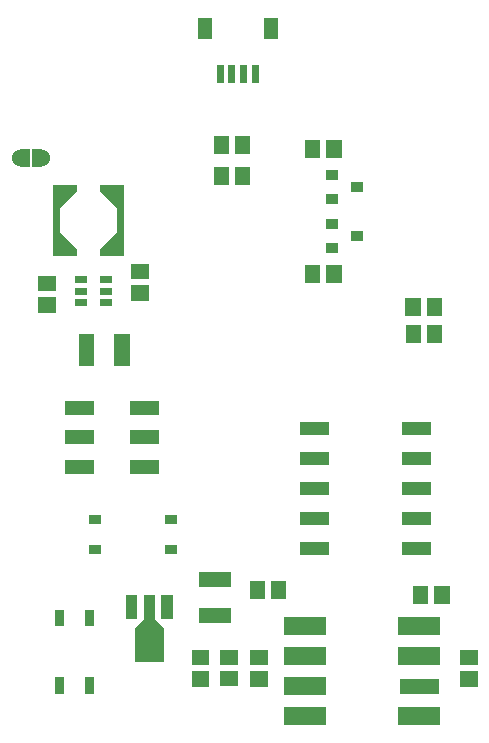
<source format=gbr>
G04 start of page 10 for group -4015 idx -4015 *
G04 Title: (unknown), toppaste *
G04 Creator: pcb 4.0.2 *
G04 CreationDate: Sat May 14 18:12:11 2022 UTC *
G04 For: railfan *
G04 Format: Gerber/RS-274X *
G04 PCB-Dimensions (mil): 3110.00 2710.00 *
G04 PCB-Coordinate-Origin: lower left *
%MOIN*%
%FSLAX25Y25*%
%LNTOPPASTE*%
%ADD57C,0.0600*%
%ADD56C,0.0001*%
G54D56*G36*
X88048Y59145D02*Y54027D01*
X93952D01*
Y59145D01*
X88048D01*
G37*
G36*
Y52059D02*Y46941D01*
X93952D01*
Y52059D01*
X88048D01*
G37*
G36*
X109500Y70000D02*Y64000D01*
X123500D01*
Y70000D01*
X109500D01*
G37*
G36*
X147500D02*Y64000D01*
X161500D01*
Y70000D01*
X147500D01*
G37*
G36*
X109500Y60000D02*Y54000D01*
X123500D01*
Y60000D01*
X109500D01*
G37*
G36*
X147500D02*Y54000D01*
X161500D01*
Y60000D01*
X147500D01*
G37*
G36*
X109500Y50000D02*Y44000D01*
X123500D01*
Y50000D01*
X109500D01*
G37*
G36*
X148000Y49500D02*Y44500D01*
X161000D01*
Y49500D01*
X148000D01*
G37*
G36*
X109500Y40000D02*Y34000D01*
X123500D01*
Y40000D01*
X109500D01*
G37*
G36*
X147500D02*Y34000D01*
X161500D01*
Y40000D01*
X147500D01*
G37*
G36*
X78548Y59102D02*Y53984D01*
X84452D01*
Y59102D01*
X78548D01*
G37*
G36*
Y52016D02*Y46898D01*
X84452D01*
Y52016D01*
X78548D01*
G37*
G54D57*X21600Y223000D03*
G54D56*G36*
X24600Y226000D02*X21600D01*
Y220000D01*
X24600D01*
Y226000D01*
G37*
G54D57*X28400Y223000D03*
G54D56*G36*
Y226000D02*X25400D01*
Y220000D01*
X28400D01*
Y226000D01*
G37*
G36*
X72296Y77295D02*X68516D01*
Y69421D01*
X72296D01*
Y77295D01*
G37*
G36*
X66390D02*X62610D01*
Y61705D01*
X66390D01*
Y77295D01*
G37*
G36*
X69225Y66586D02*X59775D01*
Y55246D01*
X69225D01*
Y66586D01*
G37*
G36*
X66385Y69426D02*X64965Y68006D01*
X67805Y65166D01*
X69225Y66586D01*
X66385Y69426D01*
G37*
G36*
X64035Y68006D02*X62615Y69426D01*
X59775Y66586D01*
X61195Y65166D01*
X64035Y68006D01*
G37*
G36*
X60484Y77295D02*X56704D01*
Y69421D01*
X60484D01*
Y77295D01*
G37*
G36*
X69750Y94050D02*Y90950D01*
X73750D01*
Y94050D01*
X69750D01*
G37*
G36*
X44250D02*Y90950D01*
X48250D01*
Y94050D01*
X44250D01*
G37*
G36*
X69750Y104050D02*Y100950D01*
X73750D01*
Y104050D01*
X69750D01*
G37*
G36*
X44250D02*Y100950D01*
X48250D01*
Y104050D01*
X44250D01*
G37*
G36*
X98048Y59102D02*Y53984D01*
X103952D01*
Y59102D01*
X98048D01*
G37*
G36*
Y52016D02*Y46898D01*
X103952D01*
Y52016D01*
X98048D01*
G37*
G36*
X36050Y50000D02*X32950D01*
Y44500D01*
X36050D01*
Y50000D01*
G37*
G36*
X46050D02*X42950D01*
Y44500D01*
X46050D01*
Y50000D01*
G37*
G36*
Y72500D02*X42950D01*
Y67000D01*
X46050D01*
Y72500D01*
G37*
G36*
X36050D02*X32950D01*
Y67000D01*
X36050D01*
Y72500D01*
G37*
G36*
X121516Y187452D02*X116398D01*
Y181548D01*
X121516D01*
Y187452D01*
G37*
G36*
X128602D02*X123484D01*
Y181548D01*
X128602D01*
Y187452D01*
G37*
G36*
X81186Y85059D02*Y79941D01*
X91814D01*
Y85059D01*
X81186D01*
G37*
G36*
Y73249D02*Y68131D01*
X91814D01*
Y73249D01*
X81186D01*
G37*
G36*
X168005Y52016D02*Y46898D01*
X173909D01*
Y52016D01*
X168005D01*
G37*
G36*
Y59102D02*Y53984D01*
X173909D01*
Y59102D01*
X168005D01*
G37*
G36*
X121473Y228952D02*X116355D01*
Y223048D01*
X121473D01*
Y228952D01*
G37*
G36*
X128559D02*X123441D01*
Y223048D01*
X128559D01*
Y228952D01*
G37*
G36*
X101055Y254051D02*X98693D01*
Y247949D01*
X101055D01*
Y254051D01*
G37*
G36*
X97118D02*X94756D01*
Y247949D01*
X97118D01*
Y254051D01*
G37*
G36*
X93181D02*X90819D01*
Y247949D01*
X93181D01*
Y254051D01*
G37*
G36*
X89244D02*X86882D01*
Y247949D01*
X89244D01*
Y254051D01*
G37*
G36*
X107354Y269799D02*X102630D01*
Y262713D01*
X107354D01*
Y269799D01*
G37*
G36*
X85307D02*X80583D01*
Y262713D01*
X85307D01*
Y269799D01*
G37*
G36*
X114750Y135200D02*Y130800D01*
X124350D01*
Y135200D01*
X114750D01*
G37*
G36*
X148650D02*Y130800D01*
X158250D01*
Y135200D01*
X148650D01*
G37*
G36*
X114750Y125200D02*Y120800D01*
X124350D01*
Y125200D01*
X114750D01*
G37*
G36*
X148650D02*Y120800D01*
X158250D01*
Y125200D01*
X148650D01*
G37*
G36*
X114750Y115200D02*Y110800D01*
X124350D01*
Y115200D01*
X114750D01*
G37*
G36*
X148650D02*Y110800D01*
X158250D01*
Y115200D01*
X148650D01*
G37*
G36*
X114750Y105200D02*Y100800D01*
X124350D01*
Y105200D01*
X114750D01*
G37*
G36*
X148650D02*Y100800D01*
X158250D01*
Y105200D01*
X148650D01*
G37*
G36*
X114750Y95200D02*Y90800D01*
X124350D01*
Y95200D01*
X114750D01*
G37*
G36*
X148650D02*Y90800D01*
X158250D01*
Y95200D01*
X148650D01*
G37*
G36*
X110102Y81952D02*X104984D01*
Y76048D01*
X110102D01*
Y81952D01*
G37*
G36*
X103016D02*X97898D01*
Y76048D01*
X103016D01*
Y81952D01*
G37*
G36*
X57900Y142150D02*Y137450D01*
X67750D01*
Y142150D01*
X57900D01*
G37*
G36*
Y132350D02*Y127650D01*
X67750D01*
Y132350D01*
X57900D01*
G37*
G36*
Y122550D02*Y117850D01*
X67750D01*
Y122550D01*
X57900D01*
G37*
G36*
X36250Y142150D02*Y137450D01*
X46100D01*
Y142150D01*
X36250D01*
G37*
G36*
Y132350D02*Y127650D01*
X46100D01*
Y132350D01*
X36250D01*
G37*
G36*
Y122550D02*Y117850D01*
X46100D01*
Y122550D01*
X36250D01*
G37*
G36*
X98102Y230452D02*X92984D01*
Y224548D01*
X98102D01*
Y230452D01*
G37*
G36*
X91016D02*X85898D01*
Y224548D01*
X91016D01*
Y230452D01*
G37*
G36*
X27421Y176643D02*Y171525D01*
X33325D01*
Y176643D01*
X27421D01*
G37*
G36*
Y183729D02*Y178611D01*
X33325D01*
Y183729D01*
X27421D01*
G37*
G36*
X48073Y176027D02*Y173627D01*
X52073D01*
Y176027D01*
X48073D01*
G37*
G36*
Y179927D02*Y177527D01*
X52073D01*
Y179927D01*
X48073D01*
G37*
G36*
Y183827D02*Y181427D01*
X52073D01*
Y183827D01*
X48073D01*
G37*
G36*
X39873D02*Y181427D01*
X43873D01*
Y183827D01*
X39873D01*
G37*
G36*
Y179927D02*Y177527D01*
X43873D01*
Y179927D01*
X39873D01*
G37*
G36*
Y176027D02*Y173627D01*
X43873D01*
Y176027D01*
X39873D01*
G37*
G36*
X58421Y187772D02*Y182654D01*
X64325D01*
Y187772D01*
X58421D01*
G37*
G36*
Y180686D02*Y175568D01*
X64325D01*
Y180686D01*
X58421D01*
G37*
G36*
X34637Y214163D02*X32337D01*
Y190463D01*
X34637D01*
Y214163D01*
G37*
G36*
X32337Y192763D02*Y190463D01*
X40237D01*
Y192763D01*
X32337D01*
G37*
G36*
Y214163D02*Y211863D01*
X40237D01*
Y214163D01*
X32337D01*
G37*
G36*
X56037D02*X53737D01*
Y190463D01*
X56037D01*
Y214163D01*
G37*
G36*
X48137Y192763D02*Y190463D01*
X56037D01*
Y192763D01*
X48137D01*
G37*
G36*
Y214163D02*Y211863D01*
X56037D01*
Y214163D01*
X48137D01*
G37*
G36*
X34637Y198358D02*X32515Y196236D01*
X38110Y190642D01*
X40231Y192763D01*
X34637Y198358D01*
G37*
G36*
X40231Y211863D02*X38110Y213985D01*
X32515Y208390D01*
X34637Y206269D01*
X40231Y211863D01*
G37*
G36*
X55858Y196236D02*X53737Y198358D01*
X48142Y192763D01*
X50264Y190642D01*
X55858Y196236D01*
G37*
G36*
X50264Y213985D02*X48142Y211863D01*
X53737Y206269D01*
X55858Y208390D01*
X50264Y213985D01*
G37*
G36*
X32837Y194563D02*Y190963D01*
X36437D01*
Y194563D01*
X32837D01*
G37*
G36*
Y213663D02*Y210063D01*
X36437D01*
Y213663D01*
X32837D01*
G37*
G36*
X51937Y194563D02*Y190963D01*
X55537D01*
Y194563D01*
X51937D01*
G37*
G36*
Y213663D02*Y210063D01*
X55537D01*
Y213663D01*
X51937D01*
G37*
G36*
X57964Y164314D02*X52846D01*
Y153686D01*
X57964D01*
Y164314D01*
G37*
G36*
X46154D02*X41036D01*
Y153686D01*
X46154D01*
Y164314D01*
G37*
G36*
X123500Y219000D02*Y215600D01*
X127500D01*
Y219000D01*
X123500D01*
G37*
G36*
Y211200D02*Y207800D01*
X127500D01*
Y211200D01*
X123500D01*
G37*
G36*
X131700Y215100D02*Y211700D01*
X135700D01*
Y215100D01*
X131700D01*
G37*
G36*
X123500Y202700D02*Y199300D01*
X127500D01*
Y202700D01*
X123500D01*
G37*
G36*
Y194900D02*Y191500D01*
X127500D01*
Y194900D01*
X123500D01*
G37*
G36*
X131700Y198800D02*Y195400D01*
X135700D01*
Y198800D01*
X131700D01*
G37*
G36*
X91016Y219952D02*X85898D01*
Y214048D01*
X91016D01*
Y219952D01*
G37*
G36*
X98102D02*X92984D01*
Y214048D01*
X98102D01*
Y219952D01*
G37*
G36*
X162071Y176452D02*X156953D01*
Y170548D01*
X162071D01*
Y176452D01*
G37*
G36*
X154985D02*X149867D01*
Y170548D01*
X154985D01*
Y176452D01*
G37*
G36*
X162102Y167452D02*X156984D01*
Y161548D01*
X162102D01*
Y167452D01*
G37*
G36*
X155016D02*X149898D01*
Y161548D01*
X155016D01*
Y167452D01*
G37*
G36*
X157516Y80452D02*X152398D01*
Y74548D01*
X157516D01*
Y80452D01*
G37*
G36*
X164602D02*X159484D01*
Y74548D01*
X164602D01*
Y80452D01*
G37*
M02*

</source>
